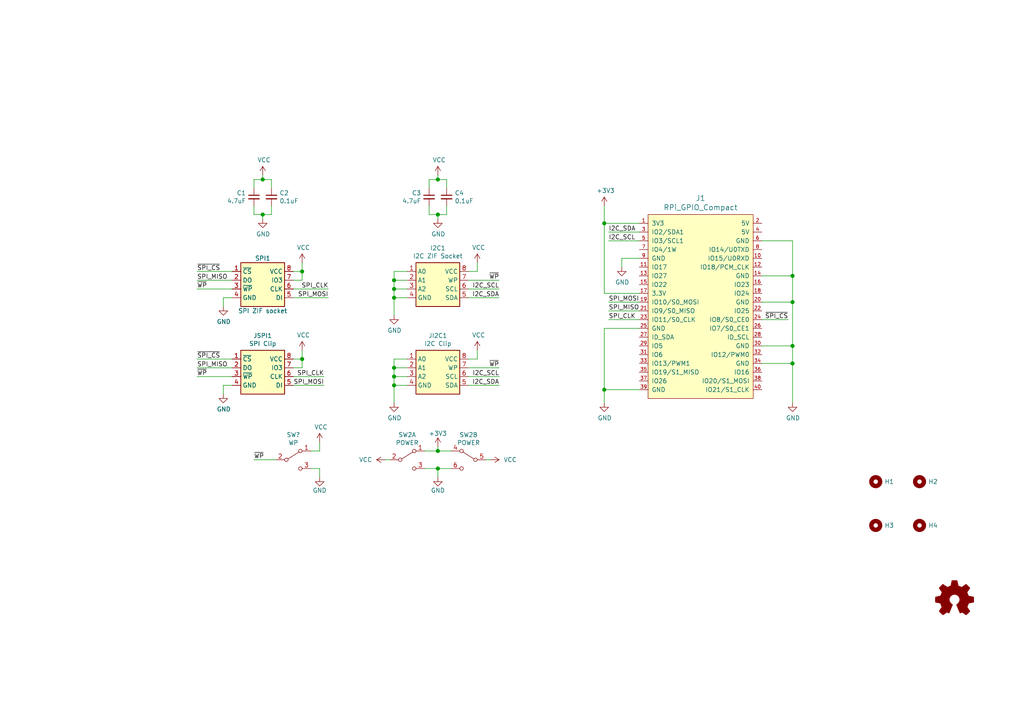
<source format=kicad_sch>
(kicad_sch (version 20210621) (generator eeschema)
  (paper "A4")
  (title_block (title "JLCPCB Design") (rev "1"))
  (lib_symbols
    (symbol "1_My_Symbols:RPi_GPIO_Compact" (pin_names (offset 1.016))
      (property "Reference" "J" (at 17.78 6.35 0))
      (property "Value" "RPi_GPIO_Compact" (at 0 27.94 0))
      (symbol "RPi_GPIO_Compact_0_1"
        (rectangle (start -15.24 26.67) (end 15.24 -26.67) (fill (type background)))
      )
      (symbol "RPi_GPIO_Compact_1_1"
        (pin power_in line (at -17.78 24.13 0) (length 2.54) (name "3V3") (number "1"))
        (pin bidirectional line (at 17.78 13.97 180) (length 2.54) (name "IO15/U0RXD") (number "10"))
        (pin bidirectional line (at -17.78 11.43 0) (length 2.54) (name "IO17") (number "11"))
        (pin bidirectional line (at 17.78 11.43 180) (length 2.54) (name "IO18/PCM_CLK") (number "12"))
        (pin bidirectional line (at -17.78 8.89 0) (length 2.54) (name "IO27") (number "13"))
        (pin power_in line (at 17.78 8.89 180) (length 2.54) (name "GND") (number "14"))
        (pin bidirectional line (at -17.78 6.35 0) (length 2.54) (name "IO22") (number "15"))
        (pin bidirectional line (at 17.78 6.35 180) (length 2.54) (name "IO23") (number "16"))
        (pin power_in line (at -17.78 3.81 0) (length 2.54) (name "3.3V") (number "17"))
        (pin bidirectional line (at 17.78 3.81 180) (length 2.54) (name "IO24") (number "18"))
        (pin bidirectional line (at -17.78 1.27 0) (length 2.54) (name "IO10/S0_MOSI") (number "19"))
        (pin power_in line (at 17.78 24.13 180) (length 2.54) (name "5V") (number "2"))
        (pin power_in line (at 17.78 1.27 180) (length 2.54) (name "GND") (number "20"))
        (pin bidirectional line (at -17.78 -1.27 0) (length 2.54) (name "IO9/S0_MISO") (number "21"))
        (pin bidirectional line (at 17.78 -1.27 180) (length 2.54) (name "IO25") (number "22"))
        (pin bidirectional line (at -17.78 -3.81 0) (length 2.54) (name "IO11/S0_CLK") (number "23"))
        (pin bidirectional line (at 17.78 -3.81 180) (length 2.54) (name "IO8/S0_CE0") (number "24"))
        (pin power_in line (at -17.78 -6.35 0) (length 2.54) (name "GND") (number "25"))
        (pin bidirectional line (at 17.78 -6.35 180) (length 2.54) (name "IO7/S0_CE1") (number "26"))
        (pin bidirectional line (at -17.78 -8.89 0) (length 2.54) (name "ID_SDA") (number "27"))
        (pin bidirectional line (at 17.78 -8.89 180) (length 2.54) (name "ID_SCL") (number "28"))
        (pin bidirectional line (at -17.78 -11.43 0) (length 2.54) (name "IO5") (number "29"))
        (pin bidirectional line (at -17.78 21.59 0) (length 2.54) (name "IO2/SDA1") (number "3"))
        (pin power_in line (at 17.78 -11.43 180) (length 2.54) (name "GND") (number "30"))
        (pin bidirectional line (at -17.78 -13.97 0) (length 2.54) (name "IO6") (number "31"))
        (pin bidirectional line (at 17.78 -13.97 180) (length 2.54) (name "IO12/PWM0") (number "32"))
        (pin bidirectional line (at -17.78 -16.51 0) (length 2.54) (name "IO13/PWM1") (number "33"))
        (pin power_in line (at 17.78 -16.51 180) (length 2.54) (name "GND") (number "34"))
        (pin bidirectional line (at -17.78 -19.05 0) (length 2.54) (name "IO19/S1_MISO") (number "35"))
        (pin bidirectional line (at 17.78 -19.05 180) (length 2.54) (name "IO16") (number "36"))
        (pin bidirectional line (at -17.78 -21.59 0) (length 2.54) (name "IO26") (number "37"))
        (pin bidirectional line (at 17.78 -21.59 180) (length 2.54) (name "IO20/S1_MOSI") (number "38"))
        (pin power_in line (at -17.78 -24.13 0) (length 2.54) (name "GND") (number "39"))
        (pin power_in line (at 17.78 21.59 180) (length 2.54) (name "5V") (number "4"))
        (pin bidirectional line (at 17.78 -24.13 180) (length 2.54) (name "IO21/S1_CLK") (number "40"))
        (pin bidirectional line (at -17.78 19.05 0) (length 2.54) (name "IO3/SCL1") (number "5"))
        (pin power_in line (at 17.78 19.05 180) (length 2.54) (name "GND") (number "6"))
        (pin bidirectional line (at -17.78 16.51 0) (length 2.54) (name "IO4/1W") (number "7"))
        (pin bidirectional line (at 17.78 16.51 180) (length 2.54) (name "IO14/U0TXD") (number "8"))
        (pin power_in line (at -17.78 13.97 0) (length 2.54) (name "GND") (number "9"))
      )
    )
    (symbol "1_My_Symbols:SOIC_ZIF_I2C"
      (property "Reference" "S" (at 0 7.62 0))
      (property "Value" "SOIC_ZIF_I2C" (at 0 -7.62 0))
      (symbol "SOIC_ZIF_I2C_0_1"
        (rectangle (start -6.35 6.35) (end 6.35 -6.35) (stroke (width 0.254)) (fill (type background)))
      )
      (symbol "SOIC_ZIF_I2C_1_1"
        (pin input line (at -8.89 3.81 0) (length 2.54) (name "A0") (number "1"))
        (pin input line (at -8.89 1.27 0) (length 2.54) (name "A1") (number "2"))
        (pin input line (at -8.89 -1.27 0) (length 2.54) (name "A2") (number "3"))
        (pin power_in line (at -8.89 -3.81 0) (length 2.54) (name "GND") (number "4"))
        (pin bidirectional line (at 8.89 -3.81 180) (length 2.54) (name "SDA") (number "5"))
        (pin input line (at 8.89 -1.27 180) (length 2.54) (name "SCL") (number "6"))
        (pin input line (at 8.89 1.27 180) (length 2.54) (name "WP") (number "7"))
        (pin power_in line (at 8.89 3.81 180) (length 2.54) (name "VCC") (number "8"))
      )
    )
    (symbol "Device:C_Small" (pin_numbers hide) (pin_names (offset 0.254) hide)
      (property "Reference" "C" (at 0.254 1.778 0))
      (property "Value" "C_Small" (at 0.254 -2.032 0))
      (symbol "C_Small_0_1"
        (polyline (pts (xy -1.524 -0.508) (xy 1.524 -0.508)) (stroke (width 0.3302)))
        (polyline (pts (xy -1.524 0.508) (xy 1.524 0.508)) (stroke (width 0.3048)))
      )
      (symbol "C_Small_1_1"
        (pin passive line (at 0 2.54 270) (length 2.032) (name "~") (number "1"))
        (pin passive line (at 0 -2.54 90) (length 2.032) (name "~") (number "2"))
      )
    )
    (symbol "Graphic:Logo_Open_Hardware_Small" (pin_names (offset 1.016))
      (symbol "Logo_Open_Hardware_Small_0_1"
        (polyline (pts (xy 3.3528 -4.3434) (xy 3.302 -4.318) (xy 3.175 -4.2418) (xy 2.9972 -4.1148) (xy 2.7686 -3.9624) (xy 2.54 -3.81) (xy 2.3622 -3.7084) (xy 2.2352 -3.6068) (xy 2.1844 -3.5814) (xy 2.159 -3.6068) (xy 2.0574 -3.6576) (xy 1.905 -3.7338) (xy 1.8034 -3.7846) (xy 1.6764 -3.8354) (xy 1.6002 -3.8354) (xy 1.6002 -3.8354) (xy 1.5494 -3.7338) (xy 1.4732 -3.5306) (xy 1.3462 -3.302) (xy 1.2446 -3.0226) (xy 1.1176 -2.7178) (xy 0.9652 -2.413) (xy 0.8636 -2.1082) (xy 0.7366 -1.8288) (xy 0.6604 -1.6256) (xy 0.6096 -1.4732) (xy 0.5842 -1.397) (xy 0.5842 -1.397) (xy 0.6604 -1.3208) (xy 0.7874 -1.2446) (xy 1.0414 -1.016) (xy 1.2954 -0.6858) (xy 1.4478 -0.3302) (xy 1.524 0.0762) (xy 1.4732 0.4572) (xy 1.3208 0.8128) (xy 1.0668 1.143) (xy 0.762 1.3716) (xy 0.4064 1.524) (xy 0 1.5748) (xy -0.381 1.5494) (xy -0.7366 1.397) (xy -1.0668 1.143) (xy -1.2192 0.9906) (xy -1.397 0.6604) (xy -1.524 0.3048) (xy -1.524 0.2286) (xy -1.4986 -0.1778) (xy -1.397 -0.5334) (xy -1.1938 -0.8636) (xy -0.9144 -1.143) (xy -0.8636 -1.1684) (xy -0.7366 -1.27) (xy -0.635 -1.3462) (xy -0.5842 -1.397) (xy -1.0668 -2.5908) (xy -1.143 -2.794) (xy -1.2954 -3.1242) (xy -1.397 -3.4036) (xy -1.4986 -3.6322) (xy -1.5748 -3.7846) (xy -1.6002 -3.8354) (xy -1.6002 -3.8354) (xy -1.651 -3.8354) (xy -1.7272 -3.81) (xy -1.905 -3.7338) (xy -2.0066 -3.683) (xy -2.1336 -3.6068) (xy -2.2098 -3.5814) (xy -2.2606 -3.6068) (xy -2.3622 -3.683) (xy -2.54 -3.81) (xy -2.7686 -3.9624) (xy -2.9718 -4.0894) (xy -3.1496 -4.2164) (xy -3.302 -4.318) (xy -3.3528 -4.3434) (xy -3.3782 -4.3434) (xy -3.429 -4.318) (xy -3.5306 -4.2164) (xy -3.7084 -4.064) (xy -3.937 -3.8354) (xy -3.9624 -3.81) (xy -4.1656 -3.6068) (xy -4.318 -3.4544) (xy -4.4196 -3.3274) (xy -4.445 -3.2766) (xy -4.445 -3.2766) (xy -4.4196 -3.2258) (xy -4.318 -3.0734) (xy -4.2164 -2.8956) (xy -4.064 -2.667) (xy -3.6576 -2.0828) (xy -3.8862 -1.5494) (xy -3.937 -1.3716) (xy -4.0386 -1.1684) (xy -4.0894 -1.0414) (xy -4.1148 -0.9652) (xy -4.191 -0.9398) (xy -4.318 -0.9144) (xy -4.5466 -0.8636) (xy -4.8006 -0.8128) (xy -5.0546 -0.7874) (xy -5.2578 -0.7366) (xy -5.4356 -0.7112) (xy -5.5118 -0.6858) (xy -5.5118 -0.6858) (xy -5.5372 -0.635) (xy -5.5372 -0.5588) (xy -5.5372 -0.4318) (xy -5.5626 -0.2286) (xy -5.5626 0.0762) (xy -5.5626 0.127) (xy -5.5372 0.4064) (xy -5.5372 0.635) (xy -5.5372 0.762) (xy -5.5372 0.8382) (xy -5.5372 0.8382) (xy -5.461 0.8382) (xy -5.3086 0.889) (xy -5.08 0.9144) (xy -4.826 0.9652) (xy -4.8006 0.9906) (xy -4.5466 1.0414) (xy -4.318 1.0668) (xy -4.1656 1.1176) (xy -4.0894 1.143) (xy -4.0894 1.143) (xy -4.0386 1.2446) (xy -3.9624 1.4224) (xy -3.8608 1.6256) (xy -3.7846 1.8288) (xy -3.7084 2.0066) (xy -3.6576 2.159) (xy -3.6322 2.2098) (xy -3.6322 2.2098) (xy -3.683 2.286) (xy -3.7592 2.413) (xy -3.8862 2.5908) (xy -4.064 2.8194) (xy -4.064 2.8448) (xy -4.2164 3.0734) (xy -4.3434 3.2512) (xy -4.4196 3.3782) (xy -4.445 3.4544) (xy -4.445 3.4544) (xy -4.3942 3.5052) (xy -4.2926 3.6322) (xy -4.1148 3.81) (xy -3.937 4.0132) (xy -3.8608 4.064) (xy -3.6576 4.2926) (xy -3.5052 4.4196) (xy -3.4036 4.4958) (xy -3.3528 4.5212) (xy -3.3528 4.5212) (xy -3.302 4.4704) (xy -3.1496 4.3688) (xy -2.9718 4.2418) (xy -2.7432 4.0894) (xy -2.7178 4.0894) (xy -2.4892 3.937) (xy -2.3114 3.81) (xy -2.1844 3.7084) (xy -2.1336 3.683) (xy -2.1082 3.683) (xy -2.032 3.7084) (xy -1.8542 3.7592) (xy -1.6764 3.8354) (xy -1.4732 3.937) (xy -1.27 4.0132) (xy -1.143 4.064) (xy -1.0668 4.1148) (xy -1.0668 4.1148) (xy -1.0414 4.191) (xy -1.016 4.3434) (xy -0.9652 4.572) (xy -0.9144 4.8514) (xy -0.889 4.9022) (xy -0.8382 5.1562) (xy -0.8128 5.3848) (xy -0.7874 5.5372) (xy -0.762 5.588) (xy -0.7112 5.6134) (xy -0.5842 5.6134) (xy -0.4064 5.6134) (xy -0.1524 5.6134) (xy 0.0762 5.6134) (xy 0.3302 5.6134) (xy 0.5334 5.6134) (xy 0.6858 5.588) (xy 0.7366 5.588) (xy 0.7366 5.588) (xy 0.762 5.5118) (xy 0.8128 5.334) (xy 0.8382 5.1054) (xy 0.9144 4.826) (xy 0.9144 4.7752) (xy 0.9652 4.5212) (xy 1.016 4.2926) (xy 1.0414 4.1402) (xy 1.0668 4.0894) (xy 1.0668 4.0894) (xy 1.1938 4.0386) (xy 1.3716 3.9624) (xy 1.5748 3.8608) (xy 2.0828 3.6576) (xy 2.7178 4.0894) (xy 2.7686 4.1402) (xy 2.9972 4.2926) (xy 3.175 4.4196) (xy 3.302 4.4958) (xy 3.3782 4.5212) (xy 3.3782 4.5212) (xy 3.429 4.4704) (xy 3.556 4.3434) (xy 3.7338 4.191) (xy 3.9116 3.9878) (xy 4.064 3.8354) (xy 4.2418 3.6576) (xy 4.3434 3.556) (xy 4.4196 3.4798) (xy 4.4196 3.429) (xy 4.4196 3.4036) (xy 4.3942 3.3274) (xy 4.2926 3.2004) (xy 4.1656 2.9972) (xy 4.0132 2.794) (xy 3.8862 2.5908) (xy 3.7592 2.3876) (xy 3.6576 2.2352) (xy 3.6322 2.159) (xy 3.6322 2.1336) (xy 3.683 2.0066) (xy 3.7592 1.8288) (xy 3.8608 1.6002) (xy 4.064 1.1176) (xy 4.3942 1.0414) (xy 4.5974 1.016) (xy 4.8768 0.9652) (xy 5.1308 0.9144) (xy 5.5372 0.8382) (xy 5.5626 -0.6604) (xy 5.4864 -0.6858) (xy 5.4356 -0.6858) (xy 5.2832 -0.7366) (xy 5.0546 -0.762) (xy 4.8006 -0.8128) (xy 4.5974 -0.8636) (xy 4.3688 -0.9144) (xy 4.2164 -0.9398) (xy 4.1402 -0.9398) (xy 4.1148 -0.9652) (xy 4.064 -1.0668) (xy 3.9878 -1.2446) (xy 3.9116 -1.4478) (xy 3.81 -1.651) (xy 3.7338 -1.8542) (xy 3.683 -2.0066) (xy 3.6576 -2.0828) (xy 3.683 -2.1336) (xy 3.7846 -2.2606) (xy 3.8862 -2.4638) (xy 4.0386 -2.667) (xy 4.191 -2.8956) (xy 4.318 -3.0734) (xy 4.3942 -3.2004) (xy 4.445 -3.2766) (xy 4.4196 -3.3274) (xy 4.3434 -3.429) (xy 4.1656 -3.5814) (xy 3.937 -3.8354) (xy 3.8862 -3.8608) (xy 3.683 -4.064) (xy 3.5306 -4.2164) (xy 3.4036 -4.318) (xy 3.3528 -4.3434)) (fill (type outline)))
      )
    )
    (symbol "Mechanical:MountingHole" (pin_names (offset 1.016))
      (property "Reference" "H" (at 0 5.08 0))
      (property "Value" "MountingHole" (at 0 3.175 0))
      (symbol "MountingHole_0_1"
        (circle (center 0 0) (radius 1.27) (stroke (width 1.27)))
      )
    )
    (symbol "Switch:SW_DPDT_x2" (pin_names (offset 0) hide)
      (property "Reference" "SW" (at 0 4.318 0))
      (property "Value" "SW_DPDT_x2" (at 0 -5.08 0))
      (symbol "SW_DPDT_x2_0_0"
        (circle (center -2.032 0) (radius 0.508))
        (circle (center 2.032 -2.54) (radius 0.508))
      )
      (symbol "SW_DPDT_x2_0_1"
        (circle (center 2.032 2.54) (radius 0.508))
        (polyline (pts (xy -1.524 0.254) (xy 1.651 2.286)))
      )
      (symbol "SW_DPDT_x2_1_1"
        (pin passive line (at 5.08 2.54 180) (length 2.54) (name "A") (number "1"))
        (pin passive line (at -5.08 0 0) (length 2.54) (name "B") (number "2"))
        (pin passive line (at 5.08 -2.54 180) (length 2.54) (name "C") (number "3"))
      )
      (symbol "SW_DPDT_x2_2_1"
        (pin passive line (at 5.08 2.54 180) (length 2.54) (name "A") (number "4"))
        (pin passive line (at -5.08 0 0) (length 2.54) (name "B") (number "5"))
        (pin passive line (at 5.08 -2.54 180) (length 2.54) (name "C") (number "6"))
      )
    )
    (symbol "Switch:SW_SPDT" (pin_names (offset 0) hide)
      (property "Reference" "SW" (at 0 4.318 0))
      (property "Value" "SW_SPDT" (at 0 -5.08 0))
      (symbol "SW_SPDT_0_0"
        (circle (center -2.032 0) (radius 0.508))
        (circle (center 2.032 -2.54) (radius 0.508))
      )
      (symbol "SW_SPDT_0_1"
        (circle (center 2.032 2.54) (radius 0.508))
        (polyline (pts (xy -1.524 0.254) (xy 1.651 2.286)))
      )
      (symbol "SW_SPDT_1_1"
        (pin passive line (at 5.08 2.54 180) (length 2.54) (name "A") (number "1"))
        (pin passive line (at -5.08 0 0) (length 2.54) (name "B") (number "2"))
        (pin passive line (at 5.08 -2.54 180) (length 2.54) (name "C") (number "3"))
      )
    )
    (symbol "flashpi-rescue:SOIC_ZIF_SPI-1_My_Symbols"
      (property "Reference" "S" (at 0 7.62 0))
      (property "Value" "SOIC_ZIF_SPI-1_My_Symbols" (at 0 -7.62 0))
      (symbol "SOIC_ZIF_SPI-1_My_Symbols_0_1"
        (rectangle (start -6.35 6.35) (end 6.35 -6.35) (stroke (width 0.254)) (fill (type background)))
      )
      (symbol "SOIC_ZIF_SPI-1_My_Symbols_1_1"
        (pin input line (at -8.89 3.81 0) (length 2.54) (name "~{CS}") (number "1"))
        (pin bidirectional line (at -8.89 1.27 0) (length 2.54) (name "DO") (number "2"))
        (pin bidirectional line (at -8.89 -1.27 0) (length 2.54) (name "~{WP}") (number "3"))
        (pin power_in line (at -8.89 -3.81 0) (length 2.54) (name "GND") (number "4"))
        (pin bidirectional line (at 8.89 -3.81 180) (length 2.54) (name "DI") (number "5"))
        (pin input line (at 8.89 -1.27 180) (length 2.54) (name "CLK") (number "6"))
        (pin bidirectional line (at 8.89 1.27 180) (length 2.54) (name "IO3") (number "7"))
        (pin power_in line (at 8.89 3.81 180) (length 2.54) (name "VCC") (number "8"))
      )
    )
    (symbol "power:+3V3" (power) (pin_names (offset 0))
      (property "Value" "+3V3" (at 0 3.556 0))
      (symbol "+3V3_0_1"
        (polyline (pts (xy -0.762 1.27) (xy 0 2.54)))
        (polyline (pts (xy 0 0) (xy 0 2.54)))
        (polyline (pts (xy 0 2.54) (xy 0.762 1.27)))
      )
      (symbol "+3V3_1_1"
        (pin power_in line (at 0 0 90) (length 0) hide (name "+3V3") (number "1"))
      )
    )
    (symbol "power:GND" (power) (pin_names (offset 0))
      (property "Value" "GND" (at 0 -3.81 0))
      (symbol "GND_0_1"
        (polyline (pts (xy 0 0) (xy 0 -1.27) (xy 1.27 -1.27) (xy 0 -2.54) (xy -1.27 -1.27) (xy 0 -1.27)))
      )
      (symbol "GND_1_1"
        (pin power_in line (at 0 0 270) (length 0) hide (name "GND") (number "1"))
      )
    )
    (symbol "power:VCC" (power) (pin_names (offset 0))
      (property "Value" "VCC" (at 0 3.81 0))
      (symbol "VCC_0_1"
        (polyline (pts (xy -0.762 1.27) (xy 0 2.54)))
        (polyline (pts (xy 0 0) (xy 0 2.54)))
        (polyline (pts (xy 0 2.54) (xy 0.762 1.27)))
      )
      (symbol "VCC_1_1"
        (pin power_in line (at 0 0 90) (length 0) hide (name "VCC") (number "1"))
      )
    )
  )
  (junction (at 76.2 52.07) (diameter 1.016))
  (junction (at 76.2 62.23) (diameter 1.016))
  (junction (at 87.63 78.74) (diameter 1.016))
  (junction (at 87.63 104.14) (diameter 1.016))
  (junction (at 114.3 81.28) (diameter 1.016))
  (junction (at 114.3 83.82) (diameter 1.016))
  (junction (at 114.3 86.36) (diameter 1.016))
  (junction (at 114.3 106.68) (diameter 1.016))
  (junction (at 114.3 109.22) (diameter 1.016))
  (junction (at 114.3 111.76) (diameter 1.016))
  (junction (at 127 52.07) (diameter 1.016))
  (junction (at 127 62.23) (diameter 1.016))
  (junction (at 127 130.81) (diameter 1.016))
  (junction (at 127 135.89) (diameter 1.016))
  (junction (at 175.26 64.77) (diameter 1.016))
  (junction (at 175.26 113.03) (diameter 1.016))
  (junction (at 229.87 80.01) (diameter 1.016))
  (junction (at 229.87 87.63) (diameter 1.016))
  (junction (at 229.87 100.33) (diameter 1.016))
  (junction (at 229.87 105.41) (diameter 1.016))
  (wire (pts (xy 57.15 83.82) (xy 67.31 83.82)))
  (wire (pts (xy 57.15 109.22) (xy 67.31 109.22)))
  (wire (pts (xy 64.77 86.36) (xy 64.77 88.9)))
  (wire (pts (xy 64.77 111.76) (xy 64.77 114.3)))
  (wire (pts (xy 67.31 78.74) (xy 57.15 78.74)))
  (wire (pts (xy 67.31 81.28) (xy 57.15 81.28)))
  (wire (pts (xy 67.31 86.36) (xy 64.77 86.36)))
  (wire (pts (xy 67.31 104.14) (xy 57.15 104.14)))
  (wire (pts (xy 67.31 106.68) (xy 57.15 106.68)))
  (wire (pts (xy 67.31 111.76) (xy 64.77 111.76)))
  (wire (pts (xy 73.66 52.07) (xy 76.2 52.07)))
  (wire (pts (xy 73.66 54.61) (xy 73.66 52.07)))
  (wire (pts (xy 73.66 62.23) (xy 73.66 59.69)))
  (wire (pts (xy 73.66 62.23) (xy 76.2 62.23)))
  (wire (pts (xy 76.2 50.8) (xy 76.2 52.07)))
  (wire (pts (xy 76.2 62.23) (xy 76.2 63.5)))
  (wire (pts (xy 78.74 52.07) (xy 76.2 52.07)))
  (wire (pts (xy 78.74 54.61) (xy 78.74 52.07)))
  (wire (pts (xy 78.74 59.69) (xy 78.74 62.23)))
  (wire (pts (xy 78.74 62.23) (xy 76.2 62.23)))
  (wire (pts (xy 80.01 133.35) (xy 73.66 133.35)))
  (wire (pts (xy 85.09 78.74) (xy 87.63 78.74)))
  (wire (pts (xy 85.09 81.28) (xy 87.63 81.28)))
  (wire (pts (xy 85.09 83.82) (xy 95.25 83.82)))
  (wire (pts (xy 85.09 86.36) (xy 95.25 86.36)))
  (wire (pts (xy 85.09 104.14) (xy 87.63 104.14)))
  (wire (pts (xy 85.09 106.68) (xy 87.63 106.68)))
  (wire (pts (xy 85.09 109.22) (xy 93.98 109.22)))
  (wire (pts (xy 85.09 111.76) (xy 93.98 111.76)))
  (wire (pts (xy 87.63 76.2) (xy 87.63 78.74)))
  (wire (pts (xy 87.63 81.28) (xy 87.63 78.74)))
  (wire (pts (xy 87.63 104.14) (xy 87.63 101.6)))
  (wire (pts (xy 87.63 106.68) (xy 87.63 104.14)))
  (wire (pts (xy 90.17 135.89) (xy 92.71 135.89)))
  (wire (pts (xy 92.71 128.27) (xy 92.71 130.81)))
  (wire (pts (xy 92.71 130.81) (xy 90.17 130.81)))
  (wire (pts (xy 92.71 135.89) (xy 92.71 138.43)))
  (wire (pts (xy 111.76 133.35) (xy 113.03 133.35)))
  (wire (pts (xy 114.3 78.74) (xy 114.3 81.28)))
  (wire (pts (xy 114.3 81.28) (xy 114.3 83.82)))
  (wire (pts (xy 114.3 83.82) (xy 114.3 86.36)))
  (wire (pts (xy 114.3 86.36) (xy 114.3 91.44)))
  (wire (pts (xy 114.3 104.14) (xy 114.3 106.68)))
  (wire (pts (xy 114.3 106.68) (xy 114.3 109.22)))
  (wire (pts (xy 114.3 109.22) (xy 114.3 111.76)))
  (wire (pts (xy 114.3 111.76) (xy 114.3 116.84)))
  (wire (pts (xy 118.11 78.74) (xy 114.3 78.74)))
  (wire (pts (xy 118.11 81.28) (xy 114.3 81.28)))
  (wire (pts (xy 118.11 83.82) (xy 114.3 83.82)))
  (wire (pts (xy 118.11 86.36) (xy 114.3 86.36)))
  (wire (pts (xy 118.11 104.14) (xy 114.3 104.14)))
  (wire (pts (xy 118.11 106.68) (xy 114.3 106.68)))
  (wire (pts (xy 118.11 109.22) (xy 114.3 109.22)))
  (wire (pts (xy 118.11 111.76) (xy 114.3 111.76)))
  (wire (pts (xy 123.19 130.81) (xy 127 130.81)))
  (wire (pts (xy 123.19 135.89) (xy 127 135.89)))
  (wire (pts (xy 124.46 52.07) (xy 127 52.07)))
  (wire (pts (xy 124.46 54.61) (xy 124.46 52.07)))
  (wire (pts (xy 124.46 62.23) (xy 124.46 59.69)))
  (wire (pts (xy 124.46 62.23) (xy 127 62.23)))
  (wire (pts (xy 127 50.8) (xy 127 52.07)))
  (wire (pts (xy 127 62.23) (xy 127 63.5)))
  (wire (pts (xy 127 129.54) (xy 127 130.81)))
  (wire (pts (xy 127 130.81) (xy 130.81 130.81)))
  (wire (pts (xy 127 135.89) (xy 127 138.43)))
  (wire (pts (xy 129.54 52.07) (xy 127 52.07)))
  (wire (pts (xy 129.54 54.61) (xy 129.54 52.07)))
  (wire (pts (xy 129.54 59.69) (xy 129.54 62.23)))
  (wire (pts (xy 129.54 62.23) (xy 127 62.23)))
  (wire (pts (xy 130.81 135.89) (xy 127 135.89)))
  (wire (pts (xy 135.89 78.74) (xy 138.43 78.74)))
  (wire (pts (xy 135.89 83.82) (xy 144.78 83.82)))
  (wire (pts (xy 135.89 86.36) (xy 144.78 86.36)))
  (wire (pts (xy 135.89 104.14) (xy 138.43 104.14)))
  (wire (pts (xy 135.89 109.22) (xy 144.78 109.22)))
  (wire (pts (xy 135.89 111.76) (xy 144.78 111.76)))
  (wire (pts (xy 138.43 78.74) (xy 138.43 76.2)))
  (wire (pts (xy 138.43 104.14) (xy 138.43 101.6)))
  (wire (pts (xy 142.24 133.35) (xy 140.97 133.35)))
  (wire (pts (xy 144.78 81.28) (xy 135.89 81.28)))
  (wire (pts (xy 144.78 106.68) (xy 135.89 106.68)))
  (wire (pts (xy 175.26 59.69) (xy 175.26 64.77)))
  (wire (pts (xy 175.26 64.77) (xy 185.42 64.77)))
  (wire (pts (xy 175.26 85.09) (xy 175.26 64.77)))
  (wire (pts (xy 175.26 95.25) (xy 175.26 113.03)))
  (wire (pts (xy 175.26 113.03) (xy 175.26 116.84)))
  (wire (pts (xy 176.53 69.85) (xy 185.42 69.85)))
  (wire (pts (xy 176.53 87.63) (xy 185.42 87.63)))
  (wire (pts (xy 176.53 92.71) (xy 185.42 92.71)))
  (wire (pts (xy 180.34 74.93) (xy 180.34 77.47)))
  (wire (pts (xy 180.34 74.93) (xy 185.42 74.93)))
  (wire (pts (xy 185.42 67.31) (xy 176.53 67.31)))
  (wire (pts (xy 185.42 85.09) (xy 175.26 85.09)))
  (wire (pts (xy 185.42 90.17) (xy 176.53 90.17)))
  (wire (pts (xy 185.42 95.25) (xy 175.26 95.25)))
  (wire (pts (xy 185.42 113.03) (xy 175.26 113.03)))
  (wire (pts (xy 220.98 69.85) (xy 229.87 69.85)))
  (wire (pts (xy 220.98 80.01) (xy 229.87 80.01)))
  (wire (pts (xy 220.98 87.63) (xy 229.87 87.63)))
  (wire (pts (xy 220.98 100.33) (xy 229.87 100.33)))
  (wire (pts (xy 220.98 105.41) (xy 229.87 105.41)))
  (wire (pts (xy 228.6 92.71) (xy 220.98 92.71)))
  (wire (pts (xy 229.87 69.85) (xy 229.87 80.01)))
  (wire (pts (xy 229.87 80.01) (xy 229.87 87.63)))
  (wire (pts (xy 229.87 87.63) (xy 229.87 100.33)))
  (wire (pts (xy 229.87 100.33) (xy 229.87 105.41)))
  (wire (pts (xy 229.87 116.84) (xy 229.87 105.41)))
  (label "~{SPI_CS}" (at 57.15 78.74 0))
  (label "SPI_MISO" (at 57.15 81.28 0))
  (label "~{WP}" (at 57.15 83.82 0))
  (label "~{SPI_CS}" (at 57.15 104.14 0))
  (label "SPI_MISO" (at 57.15 106.68 0))
  (label "~{WP}" (at 57.15 109.22 0))
  (label "~{WP}" (at 73.66 133.35 0))
  (label "SPI_CLK" (at 93.98 109.22 180))
  (label "SPI_MOSI" (at 93.98 111.76 180))
  (label "SPI_CLK" (at 95.25 83.82 180))
  (label "SPI_MOSI" (at 95.25 86.36 180))
  (label "~{WP}" (at 144.78 81.28 180))
  (label "I2C_SCL" (at 144.78 83.82 180))
  (label "I2C_SDA" (at 144.78 86.36 180))
  (label "~{WP}" (at 144.78 106.68 180))
  (label "I2C_SCL" (at 144.78 109.22 180))
  (label "I2C_SDA" (at 144.78 111.76 180))
  (label "I2C_SDA" (at 176.53 67.31 0))
  (label "I2C_SCL" (at 176.53 69.85 0))
  (label "SPI_MOSI" (at 176.53 87.63 0))
  (label "SPI_MISO" (at 176.53 90.17 0))
  (label "SPI_CLK" (at 176.53 92.71 0))
  (label "~{SPI_CS}" (at 228.6 92.71 180))
  (symbol (lib_id "power:VCC") (at 76.2 50.8 0) (unit 1)
    (property "Reference" "#PWR0106" (effects hide))
    (property "Value" "VCC" (at 76.581 46.4058 0))
  )
  (symbol (lib_id "power:VCC") (at 87.63 76.2 0) (unit 1)
    (property "Reference" "#PWR0111" (effects hide))
    (property "Value" "VCC" (at 88.011 71.8058 0))
  )
  (symbol (lib_id "power:VCC") (at 87.63 101.6 0) (unit 1)
    (property "Reference" "#PWR0112" (effects hide))
    (property "Value" "VCC" (at 88.011 97.2058 0))
  )
  (symbol (lib_id "power:VCC") (at 92.71 128.27 0) (unit 1)
    (property "Reference" "#PWR0119" (effects hide))
    (property "Value" "VCC" (at 93.091 123.8758 0))
  )
  (symbol (lib_id "power:VCC") (at 111.76 133.35 90) (unit 1)
    (property "Reference" "#PWR0121" (effects hide))
    (property "Value" "VCC" (at 107.95 133.35 90) (effects (justify left)))
  )
  (symbol (lib_id "power:VCC") (at 127 50.8 0) (unit 1)
    (property "Reference" "#PWR0107" (effects hide))
    (property "Value" "VCC" (at 127.381 46.4058 0))
  )
  (symbol (lib_id "power:+3V3") (at 127 129.54 0) (unit 1)
    (property "Reference" "#PWR0101" (effects hide))
    (property "Value" "+3V3" (at 127 125.73 0))
  )
  (symbol (lib_id "power:VCC") (at 138.43 76.2 0) (unit 1)
    (property "Reference" "#PWR0108" (effects hide))
    (property "Value" "VCC" (at 138.811 71.8058 0))
  )
  (symbol (lib_id "power:VCC") (at 138.43 101.6 0) (unit 1)
    (property "Reference" "#PWR0115" (effects hide))
    (property "Value" "VCC" (at 138.811 97.2058 0))
  )
  (symbol (lib_id "power:VCC") (at 142.24 133.35 270) (unit 1)
    (property "Reference" "#PWR0120" (effects hide))
    (property "Value" "VCC" (at 146.05 133.35 90) (effects (justify left)))
  )
  (symbol (lib_id "power:+3V3") (at 175.26 59.69 0) (unit 1)
    (property "Reference" "#PWR0117" (effects hide))
    (property "Value" "+3V3" (at 175.641 55.2958 0))
  )
  (symbol (lib_id "power:GND") (at 64.77 88.9 0) (unit 1)
    (property "Reference" "#PWR0104" (effects hide))
    (property "Value" "GND" (at 64.897 93.2942 0))
  )
  (symbol (lib_id "power:GND") (at 64.77 114.3 0) (unit 1)
    (property "Reference" "#PWR0105" (effects hide))
    (property "Value" "GND" (at 64.897 118.6942 0))
  )
  (symbol (lib_id "power:GND") (at 76.2 63.5 0) (unit 1)
    (property "Reference" "#PWR0113" (effects hide))
    (property "Value" "GND" (at 76.327 67.8942 0))
  )
  (symbol (lib_id "power:GND") (at 92.71 138.43 0) (unit 1)
    (property "Reference" "#PWR0118" (effects hide))
    (property "Value" "GND" (at 92.71 142.24 0))
  )
  (symbol (lib_id "power:GND") (at 114.3 91.44 0) (unit 1)
    (property "Reference" "#PWR0116" (effects hide))
    (property "Value" "GND" (at 114.427 95.8342 0))
  )
  (symbol (lib_id "power:GND") (at 114.3 116.84 0) (unit 1)
    (property "Reference" "#PWR0103" (effects hide))
    (property "Value" "GND" (at 114.427 121.2342 0))
  )
  (symbol (lib_id "power:GND") (at 127 63.5 0) (unit 1)
    (property "Reference" "#PWR0114" (effects hide))
    (property "Value" "GND" (at 127.127 67.8942 0))
  )
  (symbol (lib_id "power:GND") (at 127 138.43 0) (unit 1)
    (property "Reference" "#PWR0102" (effects hide))
    (property "Value" "GND" (at 127 142.24 0))
  )
  (symbol (lib_id "power:GND") (at 175.26 116.84 0) (unit 1)
    (property "Reference" "#PWR0109" (effects hide))
    (property "Value" "GND" (at 175.387 121.2342 0))
  )
  (symbol (lib_id "power:GND") (at 180.34 77.47 0) (unit 1)
    (property "Reference" "#PWR0110" (effects hide))
    (property "Value" "GND" (at 180.467 81.8642 0))
  )
  (symbol (lib_id "power:GND") (at 229.87 116.84 0) (unit 1)
    (property "Reference" "#PWR01" (effects hide))
    (property "Value" "GND" (at 229.997 121.2342 0))
  )
  (symbol (lib_id "Mechanical:MountingHole") (at 254 139.7 0) (unit 1)
    (property "Reference" "H1" (at 256.54 139.7 0) (effects (justify left)))
    (property "Value" "Pi" (effects hide))
    (property "Footprint" "12-Collected-Footprints:RPi_Hat_Mounting_Hole" (effects hide))
  )
  (symbol (lib_id "Mechanical:MountingHole") (at 254 152.4 0) (unit 1)
    (property "Reference" "H3" (at 256.54 152.4 0) (effects (justify left)))
    (property "Value" "Pi" (effects hide))
    (property "Footprint" "12-Collected-Footprints:RPi_Hat_Mounting_Hole" (effects hide))
  )
  (symbol (lib_id "Mechanical:MountingHole") (at 266.7 139.7 0) (unit 1)
    (property "Reference" "H2" (at 269.24 139.7 0) (effects (justify left)))
    (property "Value" "Pi" (effects hide))
    (property "Footprint" "12-Collected-Footprints:RPi_Hat_Mounting_Hole" (effects hide))
  )
  (symbol (lib_id "Mechanical:MountingHole") (at 266.7 152.4 0) (unit 1)
    (property "Reference" "H4" (at 269.24 152.4 0) (effects (justify left)))
    (property "Value" "Pi" (effects hide))
    (property "Footprint" "12-Collected-Footprints:RPi_Hat_Mounting_Hole" (effects hide))
  )
  (symbol (lib_id "Device:C_Small") (at 73.66 57.15 0) (unit 1)
    (property "Reference" "C1" (at 71.3486 55.9816 0) (effects (justify right)))
    (property "Value" "4.7uF" (at 71.3486 58.293 0) (effects (justify right)))
    (property "Footprint" "Capacitor_SMD:C_0603_1608Metric_Pad1.05x0.95mm_HandSolder" (effects hide))
  )
  (symbol (lib_id "Device:C_Small") (at 78.74 57.15 0) (unit 1)
    (property "Reference" "C2" (at 81.0768 55.9816 0) (effects (justify left)))
    (property "Value" "0.1uF" (at 81.0768 58.293 0) (effects (justify left)))
    (property "Footprint" "Capacitor_SMD:C_0402_1005Metric_Pad0.74x0.62mm_HandSolder" (effects hide))
  )
  (symbol (lib_id "Device:C_Small") (at 124.46 57.15 0) (unit 1)
    (property "Reference" "C3" (at 122.1486 55.9816 0) (effects (justify right)))
    (property "Value" "4.7uF" (at 122.1486 58.293 0) (effects (justify right)))
    (property "Footprint" "Capacitor_SMD:C_0603_1608Metric_Pad1.05x0.95mm_HandSolder" (effects hide))
  )
  (symbol (lib_id "Device:C_Small") (at 129.54 57.15 0) (unit 1)
    (property "Reference" "C4" (at 131.8768 55.9816 0) (effects (justify left)))
    (property "Value" "0.1uF" (at 131.8768 58.293 0) (effects (justify left)))
    (property "Footprint" "Capacitor_SMD:C_0402_1005Metric_Pad0.74x0.62mm_HandSolder" (effects hide))
  )
  (symbol (lib_id "Switch:SW_SPDT") (at 85.09 133.35 0) (unit 1)
    (property "Reference" "SW?" (at 85.09 126.111 0))
    (property "Value" "WP" (at 85.09 128.4224 0))
  )
  (symbol (lib_id "Switch:SW_DPDT_x2") (at 118.11 133.35 0) (unit 1)
    (property "Reference" "SW2" (at 118.11 126.111 0))
    (property "Value" "POWER" (at 118.11 128.4224 0))
    (property "Footprint" "40-EasyEDA-Scraper:SW-TH_SSSS213202" (effects hide))
  )
  (symbol (lib_id "Switch:SW_DPDT_x2") (at 135.89 133.35 0) (mirror y) (unit 2)
    (property "Reference" "SW2" (at 135.89 126.111 0))
    (property "Value" "POWER" (at 135.89 128.4224 0))
    (property "Footprint" "40-EasyEDA-Scraper:SW-TH_SSSS213202" (effects hide))
  )
  (symbol (lib_id "Graphic:Logo_Open_Hardware_Small") (at 276.86 173.99 0) (unit 1)
    (property "Reference" "LOGO1" (effects hide))
    (property "Value" "Logo_Open_Hardware_Small" (effects hide))
    (property "Footprint" "10-My-Footprints:neggle-logo-0.12" (effects hide))
  )
  (symbol (lib_id "flashpi-rescue:SOIC_ZIF_SPI-1_My_Symbols") (at 76.2 82.55 0) (unit 1)
    (property "Reference" "SPI1" (at 76.2 74.93 0))
    (property "Value" "SPI ZIF socket" (at 76.2 90.17 0))
    (property "Footprint" "11-My-Edits:Socket_ZIF_OTS-8(20)_1.27-01" (effects hide))
  )
  (symbol (lib_id "flashpi-rescue:SOIC_ZIF_SPI-1_My_Symbols") (at 76.2 107.95 0) (unit 1)
    (property "Reference" "JSPI1" (at 76.2 97.3582 0))
    (property "Value" "SPI Clip" (at 76.2 99.6696 0))
    (property "Footprint" "Connector_IDC:IDC-Header_2x04_P2.54mm_Vertical" (effects hide))
  )
  (symbol (lib_id "1_My_Symbols:SOIC_ZIF_I2C") (at 127 82.55 0) (unit 1)
    (property "Reference" "I2C1" (at 127 71.9582 0))
    (property "Value" "I2C ZIF Socket" (at 127 74.2696 0))
    (property "Footprint" "10-My-Footprints:Socket_ZIF_SOP_OTS-8(16)-1.27-03" (effects hide))
  )
  (symbol (lib_id "1_My_Symbols:SOIC_ZIF_I2C") (at 127 107.95 0) (unit 1)
    (property "Reference" "JI2C1" (at 127 97.3582 0))
    (property "Value" "I2C Clip" (at 127 99.6696 0))
    (property "Footprint" "Connector_IDC:IDC-Header_2x04_P2.54mm_Vertical" (effects hide))
  )
  (symbol (lib_id "1_My_Symbols:RPi_GPIO_Compact") (at 203.2 88.9 0) (unit 1)
    (property "Reference" "J1" (at 203.2 57.4802 0) (effects (font (size 1.524 1.524))))
    (property "Value" "RPi_GPIO_Compact" (at 203.2 60.1726 0) (effects (font (size 1.524 1.524))))
    (property "Footprint" "11-My-Edits:Samtec_HLE-120-02-xxx-DV-BE-A_2x20_P2.54mm_Horizontal_3D" (effects hide))
  )
)
</source>
